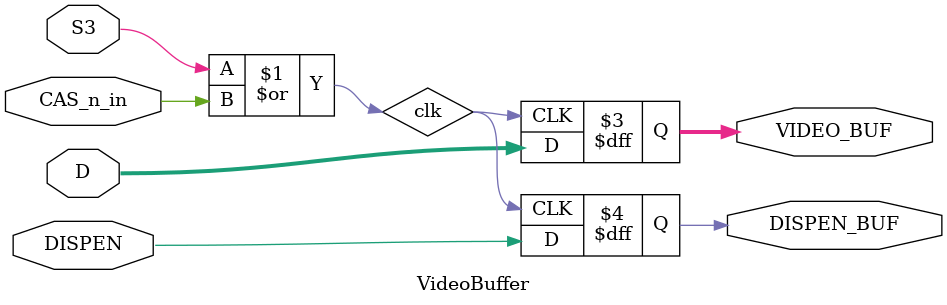
<source format=v>
module VideoBuffer(input DISPEN,
                   input S3,
                   input CAS_n_in,
                   input[7 : 0] D,
                   output reg[7 : 0] VIDEO_BUF,
                   output reg DISPEN_BUF);
  wire clk = S3 | CAS_n_in;
  always
    @(posedge clk)
      begin
        DISPEN_BUF <= DISPEN;
        VIDEO_BUF <= D;
      end
endmodule

</source>
